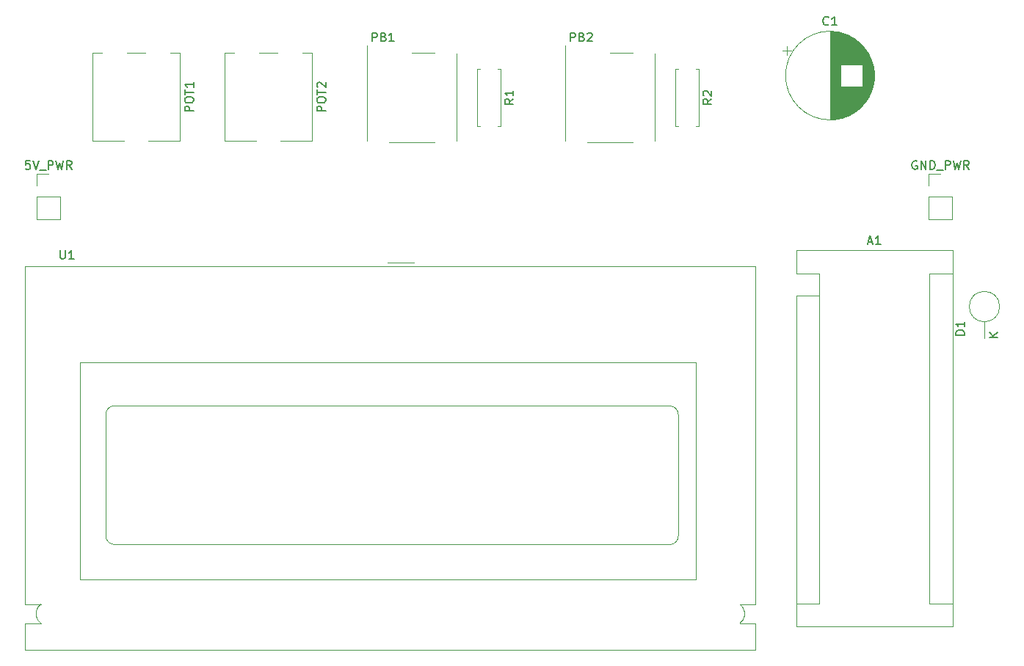
<source format=gbr>
G04 #@! TF.GenerationSoftware,KiCad,Pcbnew,(5.1.5)-2*
G04 #@! TF.CreationDate,2020-07-16T18:28:11-07:00*
G04 #@! TF.ProjectId,LCD_TEST_DEVICE,4c43445f-5445-4535-945f-444556494345,rev?*
G04 #@! TF.SameCoordinates,Original*
G04 #@! TF.FileFunction,Legend,Top*
G04 #@! TF.FilePolarity,Positive*
%FSLAX46Y46*%
G04 Gerber Fmt 4.6, Leading zero omitted, Abs format (unit mm)*
G04 Created by KiCad (PCBNEW (5.1.5)-2) date 2020-07-16 18:28:11*
%MOMM*%
%LPD*%
G04 APERTURE LIST*
%ADD10C,0.120000*%
%ADD11C,0.150000*%
G04 APERTURE END LIST*
D10*
X27745000Y-27900000D02*
X24150000Y-27900000D01*
X34191000Y-27900000D02*
X30595000Y-27900000D01*
X25245000Y-17660000D02*
X24150000Y-17660000D01*
X30244000Y-17660000D02*
X28095000Y-17660000D01*
X34191000Y-17660000D02*
X33096000Y-17660000D01*
X24150000Y-17660000D02*
X24150000Y-27900000D01*
X34191000Y-17660000D02*
X34191000Y-27900000D01*
X114300000Y-20320000D02*
G75*
G03X114300000Y-20320000I-5120000J0D01*
G01*
X109180000Y-15240000D02*
X109180000Y-25400000D01*
X109220000Y-15240000D02*
X109220000Y-25400000D01*
X109260000Y-15240000D02*
X109260000Y-25400000D01*
X109300000Y-15241000D02*
X109300000Y-25399000D01*
X109340000Y-15242000D02*
X109340000Y-25398000D01*
X109380000Y-15243000D02*
X109380000Y-25397000D01*
X109420000Y-15245000D02*
X109420000Y-25395000D01*
X109460000Y-15247000D02*
X109460000Y-25393000D01*
X109500000Y-15250000D02*
X109500000Y-25390000D01*
X109540000Y-15252000D02*
X109540000Y-25388000D01*
X109580000Y-15255000D02*
X109580000Y-25385000D01*
X109620000Y-15258000D02*
X109620000Y-25382000D01*
X109660000Y-15262000D02*
X109660000Y-25378000D01*
X109700000Y-15266000D02*
X109700000Y-25374000D01*
X109740000Y-15270000D02*
X109740000Y-25370000D01*
X109780000Y-15275000D02*
X109780000Y-25365000D01*
X109820000Y-15280000D02*
X109820000Y-25360000D01*
X109860000Y-15285000D02*
X109860000Y-25355000D01*
X109901000Y-15290000D02*
X109901000Y-25350000D01*
X109941000Y-15296000D02*
X109941000Y-25344000D01*
X109981000Y-15302000D02*
X109981000Y-25338000D01*
X110021000Y-15309000D02*
X110021000Y-25331000D01*
X110061000Y-15316000D02*
X110061000Y-25324000D01*
X110101000Y-15323000D02*
X110101000Y-25317000D01*
X110141000Y-15330000D02*
X110141000Y-25310000D01*
X110181000Y-15338000D02*
X110181000Y-25302000D01*
X110221000Y-15346000D02*
X110221000Y-25294000D01*
X110261000Y-15355000D02*
X110261000Y-25285000D01*
X110301000Y-15364000D02*
X110301000Y-25276000D01*
X110341000Y-15373000D02*
X110341000Y-25267000D01*
X110381000Y-15382000D02*
X110381000Y-25258000D01*
X110421000Y-15392000D02*
X110421000Y-25248000D01*
X110461000Y-15402000D02*
X110461000Y-19079000D01*
X110461000Y-21561000D02*
X110461000Y-25238000D01*
X110501000Y-15413000D02*
X110501000Y-19079000D01*
X110501000Y-21561000D02*
X110501000Y-25227000D01*
X110541000Y-15423000D02*
X110541000Y-19079000D01*
X110541000Y-21561000D02*
X110541000Y-25217000D01*
X110581000Y-15435000D02*
X110581000Y-19079000D01*
X110581000Y-21561000D02*
X110581000Y-25205000D01*
X110621000Y-15446000D02*
X110621000Y-19079000D01*
X110621000Y-21561000D02*
X110621000Y-25194000D01*
X110661000Y-15458000D02*
X110661000Y-19079000D01*
X110661000Y-21561000D02*
X110661000Y-25182000D01*
X110701000Y-15470000D02*
X110701000Y-19079000D01*
X110701000Y-21561000D02*
X110701000Y-25170000D01*
X110741000Y-15483000D02*
X110741000Y-19079000D01*
X110741000Y-21561000D02*
X110741000Y-25157000D01*
X110781000Y-15496000D02*
X110781000Y-19079000D01*
X110781000Y-21561000D02*
X110781000Y-25144000D01*
X110821000Y-15509000D02*
X110821000Y-19079000D01*
X110821000Y-21561000D02*
X110821000Y-25131000D01*
X110861000Y-15523000D02*
X110861000Y-19079000D01*
X110861000Y-21561000D02*
X110861000Y-25117000D01*
X110901000Y-15537000D02*
X110901000Y-19079000D01*
X110901000Y-21561000D02*
X110901000Y-25103000D01*
X110941000Y-15552000D02*
X110941000Y-19079000D01*
X110941000Y-21561000D02*
X110941000Y-25088000D01*
X110981000Y-15566000D02*
X110981000Y-19079000D01*
X110981000Y-21561000D02*
X110981000Y-25074000D01*
X111021000Y-15582000D02*
X111021000Y-19079000D01*
X111021000Y-21561000D02*
X111021000Y-25058000D01*
X111061000Y-15597000D02*
X111061000Y-19079000D01*
X111061000Y-21561000D02*
X111061000Y-25043000D01*
X111101000Y-15613000D02*
X111101000Y-19079000D01*
X111101000Y-21561000D02*
X111101000Y-25027000D01*
X111141000Y-15630000D02*
X111141000Y-19079000D01*
X111141000Y-21561000D02*
X111141000Y-25010000D01*
X111181000Y-15646000D02*
X111181000Y-19079000D01*
X111181000Y-21561000D02*
X111181000Y-24994000D01*
X111221000Y-15663000D02*
X111221000Y-19079000D01*
X111221000Y-21561000D02*
X111221000Y-24977000D01*
X111261000Y-15681000D02*
X111261000Y-19079000D01*
X111261000Y-21561000D02*
X111261000Y-24959000D01*
X111301000Y-15699000D02*
X111301000Y-19079000D01*
X111301000Y-21561000D02*
X111301000Y-24941000D01*
X111341000Y-15717000D02*
X111341000Y-19079000D01*
X111341000Y-21561000D02*
X111341000Y-24923000D01*
X111381000Y-15736000D02*
X111381000Y-19079000D01*
X111381000Y-21561000D02*
X111381000Y-24904000D01*
X111421000Y-15756000D02*
X111421000Y-19079000D01*
X111421000Y-21561000D02*
X111421000Y-24884000D01*
X111461000Y-15775000D02*
X111461000Y-19079000D01*
X111461000Y-21561000D02*
X111461000Y-24865000D01*
X111501000Y-15795000D02*
X111501000Y-19079000D01*
X111501000Y-21561000D02*
X111501000Y-24845000D01*
X111541000Y-15816000D02*
X111541000Y-19079000D01*
X111541000Y-21561000D02*
X111541000Y-24824000D01*
X111581000Y-15837000D02*
X111581000Y-19079000D01*
X111581000Y-21561000D02*
X111581000Y-24803000D01*
X111621000Y-15858000D02*
X111621000Y-19079000D01*
X111621000Y-21561000D02*
X111621000Y-24782000D01*
X111661000Y-15880000D02*
X111661000Y-19079000D01*
X111661000Y-21561000D02*
X111661000Y-24760000D01*
X111701000Y-15903000D02*
X111701000Y-19079000D01*
X111701000Y-21561000D02*
X111701000Y-24737000D01*
X111741000Y-15925000D02*
X111741000Y-19079000D01*
X111741000Y-21561000D02*
X111741000Y-24715000D01*
X111781000Y-15949000D02*
X111781000Y-19079000D01*
X111781000Y-21561000D02*
X111781000Y-24691000D01*
X111821000Y-15973000D02*
X111821000Y-19079000D01*
X111821000Y-21561000D02*
X111821000Y-24667000D01*
X111861000Y-15997000D02*
X111861000Y-19079000D01*
X111861000Y-21561000D02*
X111861000Y-24643000D01*
X111901000Y-16022000D02*
X111901000Y-19079000D01*
X111901000Y-21561000D02*
X111901000Y-24618000D01*
X111941000Y-16047000D02*
X111941000Y-19079000D01*
X111941000Y-21561000D02*
X111941000Y-24593000D01*
X111981000Y-16073000D02*
X111981000Y-19079000D01*
X111981000Y-21561000D02*
X111981000Y-24567000D01*
X112021000Y-16099000D02*
X112021000Y-19079000D01*
X112021000Y-21561000D02*
X112021000Y-24541000D01*
X112061000Y-16126000D02*
X112061000Y-19079000D01*
X112061000Y-21561000D02*
X112061000Y-24514000D01*
X112101000Y-16154000D02*
X112101000Y-19079000D01*
X112101000Y-21561000D02*
X112101000Y-24486000D01*
X112141000Y-16182000D02*
X112141000Y-19079000D01*
X112141000Y-21561000D02*
X112141000Y-24458000D01*
X112181000Y-16210000D02*
X112181000Y-19079000D01*
X112181000Y-21561000D02*
X112181000Y-24430000D01*
X112221000Y-16240000D02*
X112221000Y-19079000D01*
X112221000Y-21561000D02*
X112221000Y-24400000D01*
X112261000Y-16270000D02*
X112261000Y-19079000D01*
X112261000Y-21561000D02*
X112261000Y-24370000D01*
X112301000Y-16300000D02*
X112301000Y-19079000D01*
X112301000Y-21561000D02*
X112301000Y-24340000D01*
X112341000Y-16331000D02*
X112341000Y-19079000D01*
X112341000Y-21561000D02*
X112341000Y-24309000D01*
X112381000Y-16363000D02*
X112381000Y-19079000D01*
X112381000Y-21561000D02*
X112381000Y-24277000D01*
X112421000Y-16395000D02*
X112421000Y-19079000D01*
X112421000Y-21561000D02*
X112421000Y-24245000D01*
X112461000Y-16428000D02*
X112461000Y-19079000D01*
X112461000Y-21561000D02*
X112461000Y-24212000D01*
X112501000Y-16462000D02*
X112501000Y-19079000D01*
X112501000Y-21561000D02*
X112501000Y-24178000D01*
X112541000Y-16496000D02*
X112541000Y-19079000D01*
X112541000Y-21561000D02*
X112541000Y-24144000D01*
X112581000Y-16531000D02*
X112581000Y-19079000D01*
X112581000Y-21561000D02*
X112581000Y-24109000D01*
X112621000Y-16567000D02*
X112621000Y-19079000D01*
X112621000Y-21561000D02*
X112621000Y-24073000D01*
X112661000Y-16604000D02*
X112661000Y-19079000D01*
X112661000Y-21561000D02*
X112661000Y-24036000D01*
X112701000Y-16641000D02*
X112701000Y-19079000D01*
X112701000Y-21561000D02*
X112701000Y-23999000D01*
X112741000Y-16680000D02*
X112741000Y-19079000D01*
X112741000Y-21561000D02*
X112741000Y-23960000D01*
X112781000Y-16719000D02*
X112781000Y-19079000D01*
X112781000Y-21561000D02*
X112781000Y-23921000D01*
X112821000Y-16759000D02*
X112821000Y-19079000D01*
X112821000Y-21561000D02*
X112821000Y-23881000D01*
X112861000Y-16800000D02*
X112861000Y-19079000D01*
X112861000Y-21561000D02*
X112861000Y-23840000D01*
X112901000Y-16842000D02*
X112901000Y-19079000D01*
X112901000Y-21561000D02*
X112901000Y-23798000D01*
X112941000Y-16884000D02*
X112941000Y-23756000D01*
X112981000Y-16928000D02*
X112981000Y-23712000D01*
X113021000Y-16973000D02*
X113021000Y-23667000D01*
X113061000Y-17019000D02*
X113061000Y-23621000D01*
X113101000Y-17066000D02*
X113101000Y-23574000D01*
X113141000Y-17114000D02*
X113141000Y-23526000D01*
X113181000Y-17164000D02*
X113181000Y-23476000D01*
X113221000Y-17214000D02*
X113221000Y-23426000D01*
X113261000Y-17266000D02*
X113261000Y-23374000D01*
X113301000Y-17320000D02*
X113301000Y-23320000D01*
X113341000Y-17375000D02*
X113341000Y-23265000D01*
X113381000Y-17431000D02*
X113381000Y-23209000D01*
X113421000Y-17490000D02*
X113421000Y-23150000D01*
X113461000Y-17550000D02*
X113461000Y-23090000D01*
X113501000Y-17611000D02*
X113501000Y-23029000D01*
X113541000Y-17675000D02*
X113541000Y-22965000D01*
X113581000Y-17741000D02*
X113581000Y-22899000D01*
X113621000Y-17810000D02*
X113621000Y-22830000D01*
X113661000Y-17881000D02*
X113661000Y-22759000D01*
X113701000Y-17955000D02*
X113701000Y-22685000D01*
X113741000Y-18031000D02*
X113741000Y-22609000D01*
X113781000Y-18111000D02*
X113781000Y-22529000D01*
X113821000Y-18195000D02*
X113821000Y-22445000D01*
X113861000Y-18283000D02*
X113861000Y-22357000D01*
X113901000Y-18376000D02*
X113901000Y-22264000D01*
X113941000Y-18474000D02*
X113941000Y-22166000D01*
X113981000Y-18578000D02*
X113981000Y-22062000D01*
X114021000Y-18690000D02*
X114021000Y-21950000D01*
X114061000Y-18810000D02*
X114061000Y-21830000D01*
X114101000Y-18942000D02*
X114101000Y-21698000D01*
X114141000Y-19090000D02*
X114141000Y-21550000D01*
X114181000Y-19258000D02*
X114181000Y-21382000D01*
X114221000Y-19458000D02*
X114221000Y-21182000D01*
X114261000Y-19721000D02*
X114261000Y-20919000D01*
X103700354Y-17445000D02*
X104700354Y-17445000D01*
X104200354Y-16945000D02*
X104200354Y-17945000D01*
X93750000Y-19590000D02*
X94080000Y-19590000D01*
X94080000Y-19590000D02*
X94080000Y-26130000D01*
X94080000Y-26130000D02*
X93750000Y-26130000D01*
X91670000Y-19590000D02*
X91340000Y-19590000D01*
X91340000Y-19590000D02*
X91340000Y-26130000D01*
X91340000Y-26130000D02*
X91670000Y-26130000D01*
X70890000Y-19590000D02*
X71220000Y-19590000D01*
X71220000Y-19590000D02*
X71220000Y-26130000D01*
X71220000Y-26130000D02*
X70890000Y-26130000D01*
X68810000Y-19590000D02*
X68480000Y-19590000D01*
X68480000Y-19590000D02*
X68480000Y-26130000D01*
X68480000Y-26130000D02*
X68810000Y-26130000D01*
X88980000Y-17820000D02*
X88980000Y-27900000D01*
X81170000Y-28020000D02*
X86470000Y-28020000D01*
X86470000Y-17700000D02*
X83820000Y-17700000D01*
X78660000Y-16880000D02*
X78660000Y-27890000D01*
X66120000Y-17820000D02*
X66120000Y-27900000D01*
X58310000Y-28020000D02*
X63610000Y-28020000D01*
X63610000Y-17700000D02*
X60960000Y-17700000D01*
X55800000Y-16880000D02*
X55800000Y-27890000D01*
X49431000Y-17660000D02*
X49431000Y-27900000D01*
X39390000Y-17660000D02*
X39390000Y-27900000D01*
X49431000Y-17660000D02*
X48336000Y-17660000D01*
X45484000Y-17660000D02*
X43335000Y-17660000D01*
X40485000Y-17660000D02*
X39390000Y-17660000D01*
X49431000Y-27900000D02*
X45835000Y-27900000D01*
X42985000Y-27900000D02*
X39390000Y-27900000D01*
X99080000Y-81630000D02*
G75*
G02X98790000Y-83560000I-1110000J-820000D01*
G01*
X98790000Y-81340000D02*
G75*
G02X99080000Y-83270000I-820000J-1110000D01*
G01*
X17850000Y-83220000D02*
G75*
G02X18190000Y-81340000I1110000J770000D01*
G01*
X18180000Y-83570000D02*
G75*
G02X17850000Y-81660000I790000J1120000D01*
G01*
X100610000Y-83560000D02*
X98790000Y-83560000D01*
X100610000Y-86590000D02*
X100610000Y-83560000D01*
X100610000Y-81340000D02*
X98790000Y-81340000D01*
X18190000Y-83560000D02*
X16330000Y-83560000D01*
X16330000Y-83560000D02*
X16330000Y-86590000D01*
X16330000Y-81340000D02*
X18190000Y-81340000D01*
X16330000Y-86590000D02*
X100610000Y-86590000D01*
X100610000Y-81340000D02*
X100610000Y-42310000D01*
X100610000Y-42310000D02*
X16330000Y-42310000D01*
X16330000Y-42310000D02*
X16330000Y-81340000D01*
X61190000Y-41950000D02*
X58190000Y-41950000D01*
X25660000Y-59450000D02*
X25660000Y-73450000D01*
X90690000Y-58450000D02*
X26690000Y-58450000D01*
X91690000Y-73450000D02*
X91690000Y-59450000D01*
X26690000Y-74450000D02*
X90690000Y-74450000D01*
X91685400Y-73472940D02*
G75*
G02X90684640Y-74473700I-1000760J0D01*
G01*
X90694640Y-58454240D02*
G75*
G02X91692860Y-59452460I0J-998220D01*
G01*
X25656040Y-59442460D02*
G75*
G02X26654260Y-58444240I998220J0D01*
G01*
X26664260Y-74453700D02*
G75*
G02X25663500Y-73452940I0J1000760D01*
G01*
X22690000Y-78450000D02*
X93690000Y-78450000D01*
X93690000Y-78450000D02*
X93690000Y-53450000D01*
X93690000Y-53450000D02*
X22690000Y-53450000D01*
X22690000Y-53450000D02*
X22690000Y-78450000D01*
X128750635Y-46990000D02*
G75*
G03X128750635Y-46990000I-1750635J0D01*
G01*
X127000000Y-48740635D02*
X127000000Y-50670000D01*
X120590000Y-31690000D02*
X121920000Y-31690000D01*
X120590000Y-33020000D02*
X120590000Y-31690000D01*
X120590000Y-34290000D02*
X123250000Y-34290000D01*
X123250000Y-34290000D02*
X123250000Y-36890000D01*
X120590000Y-34290000D02*
X120590000Y-36890000D01*
X120590000Y-36890000D02*
X123250000Y-36890000D01*
X17720000Y-36890000D02*
X20380000Y-36890000D01*
X17720000Y-34290000D02*
X17720000Y-36890000D01*
X20380000Y-34290000D02*
X20380000Y-36890000D01*
X17720000Y-34290000D02*
X20380000Y-34290000D01*
X17720000Y-33020000D02*
X17720000Y-31690000D01*
X17720000Y-31690000D02*
X19050000Y-31690000D01*
X107950000Y-45720000D02*
X107950000Y-43180000D01*
X107950000Y-43180000D02*
X105280000Y-43180000D01*
X105280000Y-45720000D02*
X105280000Y-83950000D01*
X105280000Y-40510000D02*
X105280000Y-43180000D01*
X120650000Y-43180000D02*
X123320000Y-43180000D01*
X120650000Y-43180000D02*
X120650000Y-81280000D01*
X120650000Y-81280000D02*
X123320000Y-81280000D01*
X107950000Y-45720000D02*
X105280000Y-45720000D01*
X107950000Y-45720000D02*
X107950000Y-81280000D01*
X107950000Y-81280000D02*
X105280000Y-81280000D01*
X105280000Y-83950000D02*
X123320000Y-83950000D01*
X123320000Y-83950000D02*
X123320000Y-40510000D01*
X123320000Y-40510000D02*
X105280000Y-40510000D01*
D11*
X35772380Y-24422857D02*
X34772380Y-24422857D01*
X34772380Y-24041904D01*
X34820000Y-23946666D01*
X34867619Y-23899047D01*
X34962857Y-23851428D01*
X35105714Y-23851428D01*
X35200952Y-23899047D01*
X35248571Y-23946666D01*
X35296190Y-24041904D01*
X35296190Y-24422857D01*
X34772380Y-23232380D02*
X34772380Y-23041904D01*
X34820000Y-22946666D01*
X34915238Y-22851428D01*
X35105714Y-22803809D01*
X35439047Y-22803809D01*
X35629523Y-22851428D01*
X35724761Y-22946666D01*
X35772380Y-23041904D01*
X35772380Y-23232380D01*
X35724761Y-23327619D01*
X35629523Y-23422857D01*
X35439047Y-23470476D01*
X35105714Y-23470476D01*
X34915238Y-23422857D01*
X34820000Y-23327619D01*
X34772380Y-23232380D01*
X34772380Y-22518095D02*
X34772380Y-21946666D01*
X35772380Y-22232380D02*
X34772380Y-22232380D01*
X35772380Y-21089523D02*
X35772380Y-21660952D01*
X35772380Y-21375238D02*
X34772380Y-21375238D01*
X34915238Y-21470476D01*
X35010476Y-21565714D01*
X35058095Y-21660952D01*
X109013333Y-14427142D02*
X108965714Y-14474761D01*
X108822857Y-14522380D01*
X108727619Y-14522380D01*
X108584761Y-14474761D01*
X108489523Y-14379523D01*
X108441904Y-14284285D01*
X108394285Y-14093809D01*
X108394285Y-13950952D01*
X108441904Y-13760476D01*
X108489523Y-13665238D01*
X108584761Y-13570000D01*
X108727619Y-13522380D01*
X108822857Y-13522380D01*
X108965714Y-13570000D01*
X109013333Y-13617619D01*
X109965714Y-14522380D02*
X109394285Y-14522380D01*
X109680000Y-14522380D02*
X109680000Y-13522380D01*
X109584761Y-13665238D01*
X109489523Y-13760476D01*
X109394285Y-13808095D01*
X95532380Y-23026666D02*
X95056190Y-23360000D01*
X95532380Y-23598095D02*
X94532380Y-23598095D01*
X94532380Y-23217142D01*
X94580000Y-23121904D01*
X94627619Y-23074285D01*
X94722857Y-23026666D01*
X94865714Y-23026666D01*
X94960952Y-23074285D01*
X95008571Y-23121904D01*
X95056190Y-23217142D01*
X95056190Y-23598095D01*
X94627619Y-22645714D02*
X94580000Y-22598095D01*
X94532380Y-22502857D01*
X94532380Y-22264761D01*
X94580000Y-22169523D01*
X94627619Y-22121904D01*
X94722857Y-22074285D01*
X94818095Y-22074285D01*
X94960952Y-22121904D01*
X95532380Y-22693333D01*
X95532380Y-22074285D01*
X72672380Y-23026666D02*
X72196190Y-23360000D01*
X72672380Y-23598095D02*
X71672380Y-23598095D01*
X71672380Y-23217142D01*
X71720000Y-23121904D01*
X71767619Y-23074285D01*
X71862857Y-23026666D01*
X72005714Y-23026666D01*
X72100952Y-23074285D01*
X72148571Y-23121904D01*
X72196190Y-23217142D01*
X72196190Y-23598095D01*
X72672380Y-22074285D02*
X72672380Y-22645714D01*
X72672380Y-22360000D02*
X71672380Y-22360000D01*
X71815238Y-22455238D01*
X71910476Y-22550476D01*
X71958095Y-22645714D01*
X79246904Y-16382380D02*
X79246904Y-15382380D01*
X79627857Y-15382380D01*
X79723095Y-15430000D01*
X79770714Y-15477619D01*
X79818333Y-15572857D01*
X79818333Y-15715714D01*
X79770714Y-15810952D01*
X79723095Y-15858571D01*
X79627857Y-15906190D01*
X79246904Y-15906190D01*
X80580238Y-15858571D02*
X80723095Y-15906190D01*
X80770714Y-15953809D01*
X80818333Y-16049047D01*
X80818333Y-16191904D01*
X80770714Y-16287142D01*
X80723095Y-16334761D01*
X80627857Y-16382380D01*
X80246904Y-16382380D01*
X80246904Y-15382380D01*
X80580238Y-15382380D01*
X80675476Y-15430000D01*
X80723095Y-15477619D01*
X80770714Y-15572857D01*
X80770714Y-15668095D01*
X80723095Y-15763333D01*
X80675476Y-15810952D01*
X80580238Y-15858571D01*
X80246904Y-15858571D01*
X81199285Y-15477619D02*
X81246904Y-15430000D01*
X81342142Y-15382380D01*
X81580238Y-15382380D01*
X81675476Y-15430000D01*
X81723095Y-15477619D01*
X81770714Y-15572857D01*
X81770714Y-15668095D01*
X81723095Y-15810952D01*
X81151666Y-16382380D01*
X81770714Y-16382380D01*
X56386904Y-16382380D02*
X56386904Y-15382380D01*
X56767857Y-15382380D01*
X56863095Y-15430000D01*
X56910714Y-15477619D01*
X56958333Y-15572857D01*
X56958333Y-15715714D01*
X56910714Y-15810952D01*
X56863095Y-15858571D01*
X56767857Y-15906190D01*
X56386904Y-15906190D01*
X57720238Y-15858571D02*
X57863095Y-15906190D01*
X57910714Y-15953809D01*
X57958333Y-16049047D01*
X57958333Y-16191904D01*
X57910714Y-16287142D01*
X57863095Y-16334761D01*
X57767857Y-16382380D01*
X57386904Y-16382380D01*
X57386904Y-15382380D01*
X57720238Y-15382380D01*
X57815476Y-15430000D01*
X57863095Y-15477619D01*
X57910714Y-15572857D01*
X57910714Y-15668095D01*
X57863095Y-15763333D01*
X57815476Y-15810952D01*
X57720238Y-15858571D01*
X57386904Y-15858571D01*
X58910714Y-16382380D02*
X58339285Y-16382380D01*
X58625000Y-16382380D02*
X58625000Y-15382380D01*
X58529761Y-15525238D01*
X58434523Y-15620476D01*
X58339285Y-15668095D01*
X51012380Y-24422857D02*
X50012380Y-24422857D01*
X50012380Y-24041904D01*
X50060000Y-23946666D01*
X50107619Y-23899047D01*
X50202857Y-23851428D01*
X50345714Y-23851428D01*
X50440952Y-23899047D01*
X50488571Y-23946666D01*
X50536190Y-24041904D01*
X50536190Y-24422857D01*
X50012380Y-23232380D02*
X50012380Y-23041904D01*
X50060000Y-22946666D01*
X50155238Y-22851428D01*
X50345714Y-22803809D01*
X50679047Y-22803809D01*
X50869523Y-22851428D01*
X50964761Y-22946666D01*
X51012380Y-23041904D01*
X51012380Y-23232380D01*
X50964761Y-23327619D01*
X50869523Y-23422857D01*
X50679047Y-23470476D01*
X50345714Y-23470476D01*
X50155238Y-23422857D01*
X50060000Y-23327619D01*
X50012380Y-23232380D01*
X50012380Y-22518095D02*
X50012380Y-21946666D01*
X51012380Y-22232380D02*
X50012380Y-22232380D01*
X50107619Y-21660952D02*
X50060000Y-21613333D01*
X50012380Y-21518095D01*
X50012380Y-21280000D01*
X50060000Y-21184761D01*
X50107619Y-21137142D01*
X50202857Y-21089523D01*
X50298095Y-21089523D01*
X50440952Y-21137142D01*
X51012380Y-21708571D01*
X51012380Y-21089523D01*
X20398095Y-40492380D02*
X20398095Y-41301904D01*
X20445714Y-41397142D01*
X20493333Y-41444761D01*
X20588571Y-41492380D01*
X20779047Y-41492380D01*
X20874285Y-41444761D01*
X20921904Y-41397142D01*
X20969523Y-41301904D01*
X20969523Y-40492380D01*
X21969523Y-41492380D02*
X21398095Y-41492380D01*
X21683809Y-41492380D02*
X21683809Y-40492380D01*
X21588571Y-40635238D01*
X21493333Y-40730476D01*
X21398095Y-40778095D01*
X124701745Y-50268095D02*
X123701745Y-50268095D01*
X123701745Y-50030000D01*
X123749365Y-49887142D01*
X123844603Y-49791904D01*
X123939841Y-49744285D01*
X124130317Y-49696666D01*
X124273174Y-49696666D01*
X124463650Y-49744285D01*
X124558888Y-49791904D01*
X124654126Y-49887142D01*
X124701745Y-50030000D01*
X124701745Y-50268095D01*
X124701745Y-48744285D02*
X124701745Y-49315714D01*
X124701745Y-49030000D02*
X123701745Y-49030000D01*
X123844603Y-49125238D01*
X123939841Y-49220476D01*
X123987460Y-49315714D01*
X128552380Y-50531904D02*
X127552380Y-50531904D01*
X128552380Y-49960476D02*
X127980952Y-50389047D01*
X127552380Y-49960476D02*
X128123809Y-50531904D01*
X119205714Y-30190000D02*
X119110476Y-30142380D01*
X118967619Y-30142380D01*
X118824761Y-30190000D01*
X118729523Y-30285238D01*
X118681904Y-30380476D01*
X118634285Y-30570952D01*
X118634285Y-30713809D01*
X118681904Y-30904285D01*
X118729523Y-30999523D01*
X118824761Y-31094761D01*
X118967619Y-31142380D01*
X119062857Y-31142380D01*
X119205714Y-31094761D01*
X119253333Y-31047142D01*
X119253333Y-30713809D01*
X119062857Y-30713809D01*
X119681904Y-31142380D02*
X119681904Y-30142380D01*
X120253333Y-31142380D01*
X120253333Y-30142380D01*
X120729523Y-31142380D02*
X120729523Y-30142380D01*
X120967619Y-30142380D01*
X121110476Y-30190000D01*
X121205714Y-30285238D01*
X121253333Y-30380476D01*
X121300952Y-30570952D01*
X121300952Y-30713809D01*
X121253333Y-30904285D01*
X121205714Y-30999523D01*
X121110476Y-31094761D01*
X120967619Y-31142380D01*
X120729523Y-31142380D01*
X121491428Y-31237619D02*
X122253333Y-31237619D01*
X122491428Y-31142380D02*
X122491428Y-30142380D01*
X122872380Y-30142380D01*
X122967619Y-30190000D01*
X123015238Y-30237619D01*
X123062857Y-30332857D01*
X123062857Y-30475714D01*
X123015238Y-30570952D01*
X122967619Y-30618571D01*
X122872380Y-30666190D01*
X122491428Y-30666190D01*
X123396190Y-30142380D02*
X123634285Y-31142380D01*
X123824761Y-30428095D01*
X124015238Y-31142380D01*
X124253333Y-30142380D01*
X125205714Y-31142380D02*
X124872380Y-30666190D01*
X124634285Y-31142380D02*
X124634285Y-30142380D01*
X125015238Y-30142380D01*
X125110476Y-30190000D01*
X125158095Y-30237619D01*
X125205714Y-30332857D01*
X125205714Y-30475714D01*
X125158095Y-30570952D01*
X125110476Y-30618571D01*
X125015238Y-30666190D01*
X124634285Y-30666190D01*
X16907142Y-30142380D02*
X16430952Y-30142380D01*
X16383333Y-30618571D01*
X16430952Y-30570952D01*
X16526190Y-30523333D01*
X16764285Y-30523333D01*
X16859523Y-30570952D01*
X16907142Y-30618571D01*
X16954761Y-30713809D01*
X16954761Y-30951904D01*
X16907142Y-31047142D01*
X16859523Y-31094761D01*
X16764285Y-31142380D01*
X16526190Y-31142380D01*
X16430952Y-31094761D01*
X16383333Y-31047142D01*
X17240476Y-30142380D02*
X17573809Y-31142380D01*
X17907142Y-30142380D01*
X18002380Y-31237619D02*
X18764285Y-31237619D01*
X19002380Y-31142380D02*
X19002380Y-30142380D01*
X19383333Y-30142380D01*
X19478571Y-30190000D01*
X19526190Y-30237619D01*
X19573809Y-30332857D01*
X19573809Y-30475714D01*
X19526190Y-30570952D01*
X19478571Y-30618571D01*
X19383333Y-30666190D01*
X19002380Y-30666190D01*
X19907142Y-30142380D02*
X20145238Y-31142380D01*
X20335714Y-30428095D01*
X20526190Y-31142380D01*
X20764285Y-30142380D01*
X21716666Y-31142380D02*
X21383333Y-30666190D01*
X21145238Y-31142380D02*
X21145238Y-30142380D01*
X21526190Y-30142380D01*
X21621428Y-30190000D01*
X21669047Y-30237619D01*
X21716666Y-30332857D01*
X21716666Y-30475714D01*
X21669047Y-30570952D01*
X21621428Y-30618571D01*
X21526190Y-30666190D01*
X21145238Y-30666190D01*
X113585714Y-39536666D02*
X114061904Y-39536666D01*
X113490476Y-39822380D02*
X113823809Y-38822380D01*
X114157142Y-39822380D01*
X115014285Y-39822380D02*
X114442857Y-39822380D01*
X114728571Y-39822380D02*
X114728571Y-38822380D01*
X114633333Y-38965238D01*
X114538095Y-39060476D01*
X114442857Y-39108095D01*
M02*

</source>
